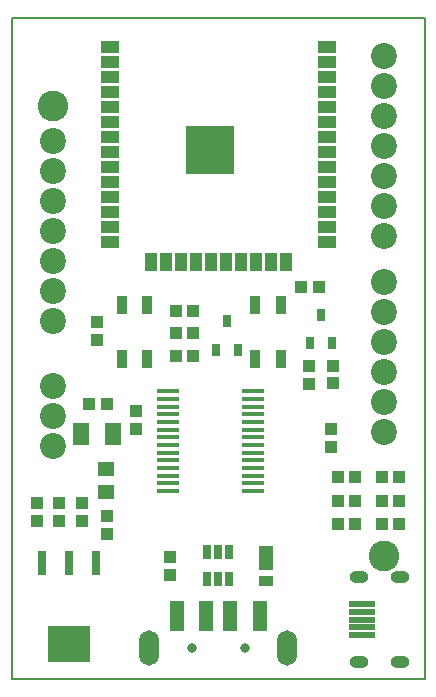
<source format=gbr>
G71*
G90*
G04 Quadcept GERBER*
%MOMM*%
%FSLAX44Y44*%
%ADD10C,0.2*%
%ADD11C,0.8*%
%ADD12C,2.2*%
%ADD13C,2.6*%
%ADD14R,4.1X4.1*%
%ADD15O,1.6X1.05*%
%ADD16O,1.7X3*%
%ADD17R,0.7X1.1*%
%ADD18R,0.7X1.1*%
%ADD19R,0.7X1.3*%
%ADD20R,0.74X2.1*%
%ADD21R,0.85X1.65*%
%ADD22R,0.85X1.65*%
%ADD23R,1X1.1*%
%ADD24R,1X1.6*%
%ADD25R,1.1X1*%
%ADD26R,1.2X0.9*%
%ADD27R,1.2X2*%
%ADD28R,1.2X2.6*%
%ADD29R,1.4X1.9*%
%ADD30R,1.45X1.2*%
%ADD31R,1.6X1*%
%ADD32R,1.85X0.4*%
%ADD33R,2.25X0.5*%
%ADD34R,3.6X3.1*%
G54D10*
G01X-175000Y0000D02*
G01X175000Y0000D01*
G01X175000Y0000D02*
G01X175000Y560000D01*
G01X175000Y560000D02*
G01X-175000Y560000D01*
G01X-175000Y560000D02*
G01X-175000Y0000D01*
G54D11*
X-22500Y26200D03*
X22500Y26200D03*
G54D12*
X140000Y209300D03*
X140000Y234700D03*
X140000Y260100D03*
X140000Y285500D03*
X140000Y310900D03*
X140000Y336300D03*
X140000Y527800D03*
X140000Y477000D03*
X140000Y451600D03*
X140000Y426200D03*
X140000Y400800D03*
X140000Y375400D03*
X140000Y502400D03*
X-140000Y456100D03*
X-140000Y430700D03*
X-140000Y379900D03*
X-140000Y354500D03*
X-140000Y329100D03*
X-140000Y303700D03*
X-140000Y405300D03*
X-140000Y248500D03*
X-140000Y223100D03*
X-140000Y197700D03*
G54D13*
X140000Y104500D03*
X-140000Y485500D03*
G54D14*
X-7000Y448000D03*
G54D15*
X119000Y14750D03*
X153500Y14750D03*
X119000Y86250D03*
X153500Y86250D03*
G54D16*
X-58500Y26200D03*
X58500Y26200D03*
G54D17*
X-2300Y279100D03*
X16700Y279100D03*
X77700Y284400D03*
X96700Y284400D03*
G54D18*
X7200Y303100D03*
X87200Y308400D03*
G54D19*
X-9900Y84500D03*
X-0400Y84500D03*
X9100Y84500D03*
X9100Y107500D03*
X-0400Y107500D03*
X-9900Y107500D03*
G54D20*
X-126200Y98050D03*
X-103300Y98050D03*
X-149100Y98050D03*
G54D21*
X52950Y316950D03*
X31450Y316950D03*
X-81750Y271150D03*
X-60250Y271150D03*
G54D22*
X52950Y271450D03*
X31450Y271450D03*
X-81750Y316650D03*
X-60250Y316650D03*
G54D23*
X-153700Y149200D03*
X-153700Y134200D03*
X-94300Y138000D03*
X-94300Y123000D03*
X-102700Y287100D03*
X-102700Y302100D03*
X-41100Y88600D03*
X-41100Y103600D03*
X-69500Y227000D03*
X-69500Y212000D03*
X-134500Y149200D03*
X-134500Y134200D03*
X-115500Y149200D03*
X-115500Y134200D03*
X76500Y265100D03*
X76500Y250100D03*
X97500Y250600D03*
X97500Y265600D03*
X95700Y211900D03*
X95700Y196900D03*
G54D24*
X-44300Y353000D03*
X-31600Y353000D03*
X-18900Y353000D03*
X-6200Y353000D03*
X6500Y353000D03*
X19200Y353000D03*
X31900Y353000D03*
X44600Y353000D03*
X57300Y353000D03*
X-57000Y353000D03*
G54D25*
X-109400Y233100D03*
X-94400Y233100D03*
X-21150Y312000D03*
X-36150Y312000D03*
X-21150Y293000D03*
X-36150Y293000D03*
X-21150Y274000D03*
X-36150Y274000D03*
X85200Y331800D03*
X70200Y331800D03*
X116050Y151050D03*
X101050Y151050D03*
X116050Y170800D03*
X101050Y170800D03*
X116050Y131700D03*
X101050Y131700D03*
X153350Y131700D03*
X138350Y131700D03*
X153350Y151050D03*
X138350Y151050D03*
X153350Y170800D03*
X138350Y170800D03*
G54D26*
X40100Y83400D03*
G54D27*
X40100Y102400D03*
G54D28*
X35000Y53700D03*
X10000Y53700D03*
X-10000Y53700D03*
X-35000Y53700D03*
G54D29*
X-116300Y207600D03*
X-89300Y207600D03*
G54D30*
X-95200Y158400D03*
X-95200Y178400D03*
G54D31*
X-92000Y496900D03*
X-92000Y484200D03*
X-92000Y471500D03*
X-92000Y458800D03*
X-92000Y446100D03*
X-92000Y433400D03*
X-92000Y408000D03*
X-92000Y395300D03*
X-92000Y382600D03*
X-92000Y369900D03*
X92000Y382600D03*
X92000Y458800D03*
X-92000Y522300D03*
X-92000Y509600D03*
X-92000Y420700D03*
X92000Y369900D03*
X92000Y395300D03*
X92000Y408000D03*
X92000Y420700D03*
X92000Y433400D03*
X92000Y446100D03*
X92000Y471500D03*
X92000Y484200D03*
X92000Y496900D03*
X92000Y509600D03*
X92000Y522300D03*
X-92000Y535000D03*
X92000Y535000D03*
G54D32*
X29200Y191850D03*
X29200Y204850D03*
X29200Y211350D03*
X29200Y217850D03*
X29200Y224350D03*
X29200Y230850D03*
X29200Y237350D03*
X29200Y243850D03*
X-42800Y217850D03*
X-42800Y185350D03*
X-42800Y165850D03*
X-42800Y159350D03*
X29200Y159350D03*
X29200Y165850D03*
X29200Y172350D03*
X29200Y185350D03*
X-42800Y243850D03*
X-42800Y237350D03*
X-42800Y230850D03*
X-42800Y198350D03*
X-42800Y191850D03*
X29200Y198350D03*
X-42800Y224350D03*
X-42800Y204850D03*
X-42800Y178850D03*
X-42800Y172350D03*
X-42800Y211350D03*
X29200Y178850D03*
G54D33*
X121900Y37500D03*
X121900Y44000D03*
X121900Y50500D03*
X121900Y57000D03*
X121900Y63500D03*
G54D34*
X-126200Y30150D03*
M02*

</source>
